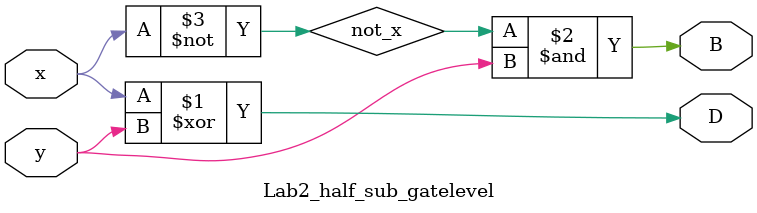
<source format=v>
module Lab2_half_sub_gatelevel(input x, y, output B, D);
	wire not_x;
	not (not_x, x);
	xor #(4) (D, x, y);
	and #(2) (B, not_x, y);
endmodule
	
	
</source>
